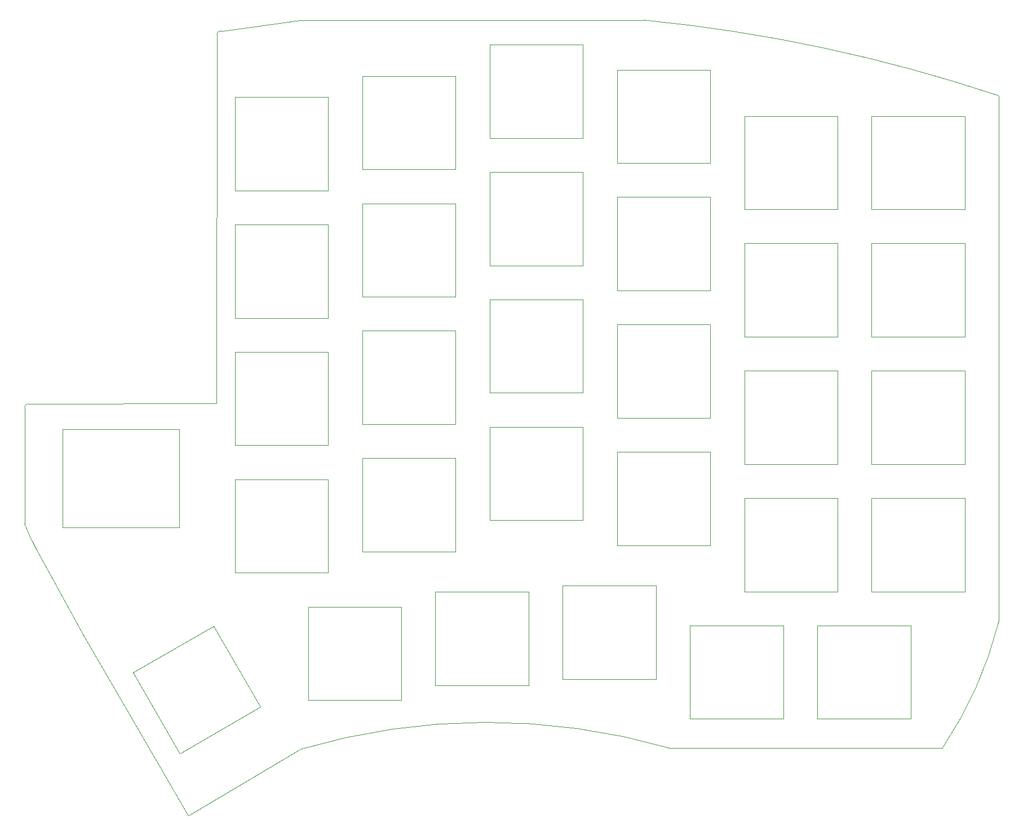
<source format=gbr>
%TF.GenerationSoftware,KiCad,Pcbnew,(5.1.8)-1*%
%TF.CreationDate,2021-02-13T18:18:20-08:00*%
%TF.ProjectId,Dualies_plate,4475616c-6965-4735-9f70-6c6174652e6b,rev?*%
%TF.SameCoordinates,Original*%
%TF.FileFunction,Profile,NP*%
%FSLAX46Y46*%
G04 Gerber Fmt 4.6, Leading zero omitted, Abs format (unit mm)*
G04 Created by KiCad (PCBNEW (5.1.8)-1) date 2021-02-13 18:18:20*
%MOMM*%
%LPD*%
G01*
G04 APERTURE LIST*
%TA.AperFunction,Profile*%
%ADD10C,0.050000*%
%TD*%
%TA.AperFunction,Profile*%
%ADD11C,0.120000*%
%TD*%
G04 APERTURE END LIST*
D10*
X84063840Y-82900520D02*
X66563240Y-82900520D01*
X84063840Y-97602040D02*
X84063840Y-82900520D01*
X66563240Y-97602040D02*
X84063840Y-97602040D01*
X66563240Y-97596960D02*
X66563240Y-97602040D01*
X66563240Y-82900520D02*
X66563240Y-97596960D01*
X90562500Y-23062500D02*
X90270000Y-23060000D01*
X60870000Y-79540000D02*
X60843751Y-97031249D01*
X61380000Y-79030000D02*
X89710000Y-79020000D01*
X60870000Y-79540000D02*
G75*
G02*
X61380000Y-79030000I510000J0D01*
G01*
X89730000Y-23600000D02*
X89710000Y-79020000D01*
X89730000Y-23600000D02*
G75*
G02*
X90270000Y-23060000I540000J0D01*
G01*
X207187500Y-32812500D02*
X207187500Y-109875000D01*
X90562500Y-23062500D02*
X102187500Y-21468750D01*
X85406250Y-140906250D02*
X102289528Y-130903075D01*
X102289528Y-130903076D02*
G75*
G02*
X157593749Y-130687501I28022972J-95034424D01*
G01*
X69656250Y-113812500D02*
X62604095Y-100826158D01*
X62604095Y-100826158D02*
G75*
G02*
X60843751Y-97031249I25239655J14013658D01*
G01*
X85406250Y-140906250D02*
X69656250Y-113812500D01*
X198750000Y-130687500D02*
X157593749Y-130687501D01*
X207191441Y-111750994D02*
G75*
G02*
X198749999Y-130687499I-58691441J14813494D01*
G01*
X207187500Y-111562500D02*
X207187500Y-111750000D01*
X207187500Y-110812500D02*
X207187500Y-111562500D01*
X207187500Y-110531250D02*
X207187500Y-110812500D01*
X207187500Y-110156250D02*
X207187500Y-110531250D01*
X207187500Y-109875000D02*
X207187500Y-110156250D01*
X153946843Y-21467027D02*
X102187500Y-21468750D01*
X153946843Y-21467027D02*
G75*
G02*
X207187499Y-32812501I-23634343J-241501723D01*
G01*
D11*
%TO.C,K24*%
X96280928Y-124530928D02*
X89280928Y-112406572D01*
X89280928Y-112406572D02*
X77156572Y-119406572D01*
X96280928Y-124530928D02*
X84156572Y-131530928D01*
X84156572Y-131530928D02*
X77156572Y-119406572D01*
%TO.C,K26*%
X136562500Y-107281250D02*
X122562500Y-107281250D01*
X122562500Y-107281250D02*
X122562500Y-121281250D01*
X136562500Y-107281250D02*
X136562500Y-121281250D01*
X136562500Y-121281250D02*
X122562500Y-121281250D01*
%TO.C,K11*%
X202093750Y-54968750D02*
X188093750Y-54968750D01*
X188093750Y-54968750D02*
X188093750Y-68968750D01*
X202093750Y-54968750D02*
X202093750Y-68968750D01*
X202093750Y-68968750D02*
X188093750Y-68968750D01*
%TO.C,K28*%
X174812500Y-112343750D02*
X160812500Y-112343750D01*
X160812500Y-112343750D02*
X160812500Y-126343750D01*
X174812500Y-112343750D02*
X174812500Y-126343750D01*
X174812500Y-126343750D02*
X160812500Y-126343750D01*
%TO.C,K8*%
X144718750Y-44281250D02*
X130718750Y-44281250D01*
X130718750Y-44281250D02*
X130718750Y-58281250D01*
X144718750Y-44281250D02*
X144718750Y-58281250D01*
X144718750Y-58281250D02*
X130718750Y-58281250D01*
%TO.C,K1*%
X125593750Y-29843750D02*
X111593750Y-29843750D01*
X111593750Y-29843750D02*
X111593750Y-43843750D01*
X125593750Y-29843750D02*
X125593750Y-43843750D01*
X125593750Y-43843750D02*
X111593750Y-43843750D01*
%TO.C,K2*%
X144718750Y-25156250D02*
X130718750Y-25156250D01*
X130718750Y-25156250D02*
X130718750Y-39156250D01*
X144718750Y-25156250D02*
X144718750Y-39156250D01*
X144718750Y-39156250D02*
X130718750Y-39156250D01*
%TO.C,K3*%
X163843750Y-28906250D02*
X149843750Y-28906250D01*
X149843750Y-28906250D02*
X149843750Y-42906250D01*
X163843750Y-28906250D02*
X163843750Y-42906250D01*
X163843750Y-42906250D02*
X149843750Y-42906250D01*
%TO.C,K4*%
X182968750Y-35843750D02*
X168968750Y-35843750D01*
X168968750Y-35843750D02*
X168968750Y-49843750D01*
X182968750Y-35843750D02*
X182968750Y-49843750D01*
X182968750Y-49843750D02*
X168968750Y-49843750D01*
%TO.C,K5*%
X202093750Y-35843750D02*
X188093750Y-35843750D01*
X188093750Y-35843750D02*
X188093750Y-49843750D01*
X202093750Y-35843750D02*
X202093750Y-49843750D01*
X202093750Y-49843750D02*
X188093750Y-49843750D01*
%TO.C,K6*%
X106468750Y-52156250D02*
X92468750Y-52156250D01*
X92468750Y-52156250D02*
X92468750Y-66156250D01*
X106468750Y-52156250D02*
X106468750Y-66156250D01*
X106468750Y-66156250D02*
X92468750Y-66156250D01*
%TO.C,K7*%
X125593750Y-48968750D02*
X111593750Y-48968750D01*
X111593750Y-48968750D02*
X111593750Y-62968750D01*
X125593750Y-48968750D02*
X125593750Y-62968750D01*
X125593750Y-62968750D02*
X111593750Y-62968750D01*
%TO.C,K9*%
X163843750Y-48031250D02*
X149843750Y-48031250D01*
X149843750Y-48031250D02*
X149843750Y-62031250D01*
X163843750Y-48031250D02*
X163843750Y-62031250D01*
X163843750Y-62031250D02*
X149843750Y-62031250D01*
%TO.C,K10*%
X182968750Y-54968750D02*
X168968750Y-54968750D01*
X168968750Y-54968750D02*
X168968750Y-68968750D01*
X182968750Y-54968750D02*
X182968750Y-68968750D01*
X182968750Y-68968750D02*
X168968750Y-68968750D01*
%TO.C,K12*%
X106468750Y-71281250D02*
X92468750Y-71281250D01*
X92468750Y-71281250D02*
X92468750Y-85281250D01*
X106468750Y-71281250D02*
X106468750Y-85281250D01*
X106468750Y-85281250D02*
X92468750Y-85281250D01*
%TO.C,K13*%
X125593750Y-68093750D02*
X111593750Y-68093750D01*
X111593750Y-68093750D02*
X111593750Y-82093750D01*
X125593750Y-68093750D02*
X125593750Y-82093750D01*
X125593750Y-82093750D02*
X111593750Y-82093750D01*
%TO.C,K14*%
X144718750Y-63406250D02*
X130718750Y-63406250D01*
X130718750Y-63406250D02*
X130718750Y-77406250D01*
X144718750Y-63406250D02*
X144718750Y-77406250D01*
X144718750Y-77406250D02*
X130718750Y-77406250D01*
%TO.C,K15*%
X163843750Y-67156250D02*
X149843750Y-67156250D01*
X149843750Y-67156250D02*
X149843750Y-81156250D01*
X163843750Y-67156250D02*
X163843750Y-81156250D01*
X163843750Y-81156250D02*
X149843750Y-81156250D01*
%TO.C,K16*%
X182968750Y-74093750D02*
X168968750Y-74093750D01*
X168968750Y-74093750D02*
X168968750Y-88093750D01*
X182968750Y-74093750D02*
X182968750Y-88093750D01*
X182968750Y-88093750D02*
X168968750Y-88093750D01*
%TO.C,K17*%
X202093750Y-74093750D02*
X188093750Y-74093750D01*
X188093750Y-74093750D02*
X188093750Y-88093750D01*
X202093750Y-74093750D02*
X202093750Y-88093750D01*
X202093750Y-88093750D02*
X188093750Y-88093750D01*
%TO.C,K18*%
X106468750Y-90406250D02*
X92468750Y-90406250D01*
X92468750Y-90406250D02*
X92468750Y-104406250D01*
X106468750Y-90406250D02*
X106468750Y-104406250D01*
X106468750Y-104406250D02*
X92468750Y-104406250D01*
%TO.C,K19*%
X125593750Y-87218750D02*
X111593750Y-87218750D01*
X111593750Y-87218750D02*
X111593750Y-101218750D01*
X125593750Y-87218750D02*
X125593750Y-101218750D01*
X125593750Y-101218750D02*
X111593750Y-101218750D01*
%TO.C,K20*%
X144718750Y-82531250D02*
X130718750Y-82531250D01*
X130718750Y-82531250D02*
X130718750Y-96531250D01*
X144718750Y-82531250D02*
X144718750Y-96531250D01*
X144718750Y-96531250D02*
X130718750Y-96531250D01*
%TO.C,K21*%
X163843750Y-86281250D02*
X149843750Y-86281250D01*
X149843750Y-86281250D02*
X149843750Y-100281250D01*
X163843750Y-86281250D02*
X163843750Y-100281250D01*
X163843750Y-100281250D02*
X149843750Y-100281250D01*
%TO.C,K22*%
X182968750Y-93218750D02*
X168968750Y-93218750D01*
X168968750Y-93218750D02*
X168968750Y-107218750D01*
X182968750Y-93218750D02*
X182968750Y-107218750D01*
X182968750Y-107218750D02*
X168968750Y-107218750D01*
%TO.C,K23*%
X202093750Y-93218750D02*
X188093750Y-93218750D01*
X188093750Y-93218750D02*
X188093750Y-107218750D01*
X202093750Y-93218750D02*
X202093750Y-107218750D01*
X202093750Y-107218750D02*
X188093750Y-107218750D01*
%TO.C,K25*%
X117437500Y-109531250D02*
X103437500Y-109531250D01*
X103437500Y-109531250D02*
X103437500Y-123531250D01*
X117437500Y-109531250D02*
X117437500Y-123531250D01*
X117437500Y-123531250D02*
X103437500Y-123531250D01*
%TO.C,K27*%
X155687500Y-106343750D02*
X141687500Y-106343750D01*
X141687500Y-106343750D02*
X141687500Y-120343750D01*
X155687500Y-106343750D02*
X155687500Y-120343750D01*
X155687500Y-120343750D02*
X141687500Y-120343750D01*
%TO.C,K29*%
X193937500Y-112343750D02*
X179937500Y-112343750D01*
X179937500Y-112343750D02*
X179937500Y-126343750D01*
X193937500Y-112343750D02*
X193937500Y-126343750D01*
X193937500Y-126343750D02*
X179937500Y-126343750D01*
%TO.C,K0*%
X106468750Y-33031250D02*
X92468750Y-33031250D01*
X92468750Y-33031250D02*
X92468750Y-47031250D01*
X106468750Y-33031250D02*
X106468750Y-47031250D01*
X106468750Y-47031250D02*
X92468750Y-47031250D01*
%TD*%
M02*

</source>
